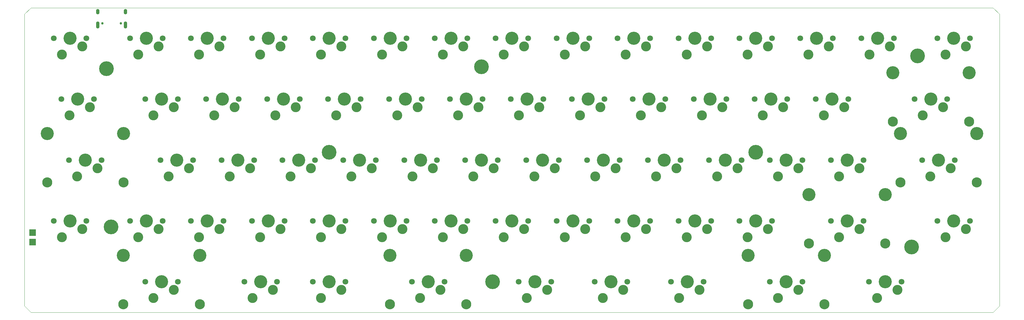
<source format=gbr>
%TF.GenerationSoftware,KiCad,Pcbnew,(5.1.4)-1*%
%TF.CreationDate,2020-07-12T16:14:56+02:00*%
%TF.ProjectId,zedekiel,7a656465-6b69-4656-9c2e-6b696361645f,rev?*%
%TF.SameCoordinates,Original*%
%TF.FileFunction,Soldermask,Top*%
%TF.FilePolarity,Negative*%
%FSLAX46Y46*%
G04 Gerber Fmt 4.6, Leading zero omitted, Abs format (unit mm)*
G04 Created by KiCad (PCBNEW (5.1.4)-1) date 2020-07-12 16:14:56*
%MOMM*%
%LPD*%
G04 APERTURE LIST*
%ADD10C,0.050000*%
%ADD11C,1.801800*%
%ADD12C,4.087800*%
%ADD13C,3.100000*%
%ADD14C,4.600000*%
%ADD15C,3.148000*%
%ADD16O,1.100000X1.700000*%
%ADD17O,1.100000X2.200000*%
%ADD18C,0.750000*%
%ADD19R,2.100000X2.100000*%
G04 APERTURE END LIST*
D10*
X20400000Y-113400000D02*
X20400000Y-22400000D01*
X22400000Y-115400000D02*
X20400000Y-113400000D01*
X322400000Y-115400000D02*
X22400000Y-115400000D01*
X324400000Y-113400000D02*
X322400000Y-115400000D01*
X324400000Y-22400000D02*
X324400000Y-113400000D01*
X322400000Y-20400000D02*
X324400000Y-22400000D01*
X22400000Y-20400000D02*
X322400000Y-20400000D01*
X20400000Y-22400000D02*
X22400000Y-20400000D01*
D11*
%TO.C,K66*%
X315230000Y-29900000D03*
X305070000Y-29900000D03*
D12*
X310150000Y-29900000D03*
D13*
X313960000Y-32440000D03*
X307610000Y-34980000D03*
%TD*%
D11*
%TO.C,K28*%
X308105000Y-48900000D03*
X297945000Y-48900000D03*
D12*
X303025000Y-48900000D03*
D13*
X306835000Y-51440000D03*
X300485000Y-53980000D03*
%TD*%
D11*
%TO.C,K42*%
X310480000Y-67900000D03*
X300320000Y-67900000D03*
D12*
X305400000Y-67900000D03*
D13*
X309210000Y-70440000D03*
X302860000Y-72980000D03*
%TD*%
D11*
%TO.C,K56*%
X315230000Y-86900000D03*
X305070000Y-86900000D03*
D12*
X310150000Y-86900000D03*
D13*
X313960000Y-89440000D03*
X307610000Y-91980000D03*
%TD*%
D11*
%TO.C,K55*%
X281980000Y-86900000D03*
X271820000Y-86900000D03*
D12*
X276900000Y-86900000D03*
D13*
X280710000Y-89440000D03*
X274360000Y-91980000D03*
%TD*%
%TO.C,K65*%
X286235000Y-110980000D03*
X292585000Y-108440000D03*
D12*
X288775000Y-105900000D03*
D11*
X283695000Y-105900000D03*
X293855000Y-105900000D03*
%TD*%
%TO.C,K64*%
X262980000Y-105900000D03*
X252820000Y-105900000D03*
D12*
X257900000Y-105900000D03*
D13*
X261710000Y-108440000D03*
X255360000Y-110980000D03*
%TD*%
%TO.C,K63*%
X224485000Y-110980000D03*
X230835000Y-108440000D03*
D12*
X227025000Y-105900000D03*
D11*
X221945000Y-105900000D03*
X232105000Y-105900000D03*
%TD*%
D13*
%TO.C,K62*%
X200735000Y-110980000D03*
X207085000Y-108440000D03*
D12*
X203275000Y-105900000D03*
D11*
X198195000Y-105900000D03*
X208355000Y-105900000D03*
%TD*%
D13*
%TO.C,K61*%
X176985000Y-110980000D03*
X183335000Y-108440000D03*
D12*
X179525000Y-105900000D03*
D11*
X174445000Y-105900000D03*
X184605000Y-105900000D03*
%TD*%
%TO.C,K60*%
X151355000Y-105900000D03*
X141195000Y-105900000D03*
D12*
X146275000Y-105900000D03*
D13*
X150085000Y-108440000D03*
X143735000Y-110980000D03*
%TD*%
%TO.C,K58*%
X91485000Y-110980000D03*
X97835000Y-108440000D03*
D12*
X94025000Y-105900000D03*
D11*
X88945000Y-105900000D03*
X99105000Y-105900000D03*
%TD*%
%TO.C,K57*%
X68230000Y-105900000D03*
X58070000Y-105900000D03*
D12*
X63150000Y-105900000D03*
D13*
X66960000Y-108440000D03*
X60610000Y-110980000D03*
%TD*%
D11*
%TO.C,K43*%
X39730000Y-86900000D03*
X29570000Y-86900000D03*
D12*
X34650000Y-86900000D03*
D13*
X38460000Y-89440000D03*
X32110000Y-91980000D03*
%TD*%
D11*
%TO.C,K29*%
X44480000Y-67900000D03*
X34320000Y-67900000D03*
D12*
X39400000Y-67900000D03*
D13*
X43210000Y-70440000D03*
X36860000Y-72980000D03*
%TD*%
D11*
%TO.C,K15*%
X42105000Y-48900000D03*
X31945000Y-48900000D03*
D12*
X37025000Y-48900000D03*
D13*
X40835000Y-51440000D03*
X34485000Y-53980000D03*
%TD*%
D11*
%TO.C,K1*%
X39730000Y-29900000D03*
X29570000Y-29900000D03*
D12*
X34650000Y-29900000D03*
D13*
X38460000Y-32440000D03*
X32110000Y-34980000D03*
%TD*%
%TO.C,K40*%
X255360000Y-72980000D03*
X261710000Y-70440000D03*
D12*
X257900000Y-67900000D03*
D11*
X252820000Y-67900000D03*
X262980000Y-67900000D03*
%TD*%
D13*
%TO.C,K47*%
X112860000Y-91980000D03*
X119210000Y-89440000D03*
D12*
X115400000Y-86900000D03*
D11*
X110320000Y-86900000D03*
X120480000Y-86900000D03*
%TD*%
D13*
%TO.C,K37*%
X198360000Y-72980000D03*
X204710000Y-70440000D03*
D12*
X200900000Y-67900000D03*
D11*
X195820000Y-67900000D03*
X205980000Y-67900000D03*
%TD*%
D13*
%TO.C,K34*%
X141360000Y-72980000D03*
X147710000Y-70440000D03*
D12*
X143900000Y-67900000D03*
D11*
X138820000Y-67900000D03*
X148980000Y-67900000D03*
%TD*%
D13*
%TO.C,K32*%
X103360000Y-72980000D03*
X109710000Y-70440000D03*
D12*
X105900000Y-67900000D03*
D11*
X100820000Y-67900000D03*
X110980000Y-67900000D03*
%TD*%
D13*
%TO.C,K31*%
X84360000Y-72980000D03*
X90710000Y-70440000D03*
D12*
X86900000Y-67900000D03*
D11*
X81820000Y-67900000D03*
X91980000Y-67900000D03*
%TD*%
D13*
%TO.C,K59*%
X112860000Y-110980000D03*
X119210000Y-108440000D03*
D12*
X115400000Y-105900000D03*
D11*
X110320000Y-105900000D03*
X120480000Y-105900000D03*
%TD*%
D13*
%TO.C,K54*%
X245860000Y-91980000D03*
X252210000Y-89440000D03*
D12*
X248400000Y-86900000D03*
D11*
X243320000Y-86900000D03*
X253480000Y-86900000D03*
%TD*%
D13*
%TO.C,K53*%
X226860000Y-91980000D03*
X233210000Y-89440000D03*
D12*
X229400000Y-86900000D03*
D11*
X224320000Y-86900000D03*
X234480000Y-86900000D03*
%TD*%
D13*
%TO.C,K52*%
X207860000Y-91980000D03*
X214210000Y-89440000D03*
D12*
X210400000Y-86900000D03*
D11*
X205320000Y-86900000D03*
X215480000Y-86900000D03*
%TD*%
D13*
%TO.C,K51*%
X188860000Y-91980000D03*
X195210000Y-89440000D03*
D12*
X191400000Y-86900000D03*
D11*
X186320000Y-86900000D03*
X196480000Y-86900000D03*
%TD*%
D13*
%TO.C,K50*%
X169860000Y-91980000D03*
X176210000Y-89440000D03*
D12*
X172400000Y-86900000D03*
D11*
X167320000Y-86900000D03*
X177480000Y-86900000D03*
%TD*%
D13*
%TO.C,K49*%
X150860000Y-91980000D03*
X157210000Y-89440000D03*
D12*
X153400000Y-86900000D03*
D11*
X148320000Y-86900000D03*
X158480000Y-86900000D03*
%TD*%
D13*
%TO.C,K48*%
X131860000Y-91980000D03*
X138210000Y-89440000D03*
D12*
X134400000Y-86900000D03*
D11*
X129320000Y-86900000D03*
X139480000Y-86900000D03*
%TD*%
D13*
%TO.C,K46*%
X93860000Y-91980000D03*
X100210000Y-89440000D03*
D12*
X96400000Y-86900000D03*
D11*
X91320000Y-86900000D03*
X101480000Y-86900000D03*
%TD*%
D13*
%TO.C,K45*%
X74860000Y-91980000D03*
X81210000Y-89440000D03*
D12*
X77400000Y-86900000D03*
D11*
X72320000Y-86900000D03*
X82480000Y-86900000D03*
%TD*%
D13*
%TO.C,K44*%
X55860000Y-91980000D03*
X62210000Y-89440000D03*
D12*
X58400000Y-86900000D03*
D11*
X53320000Y-86900000D03*
X63480000Y-86900000D03*
%TD*%
D13*
%TO.C,K41*%
X274360000Y-72980000D03*
X280710000Y-70440000D03*
D12*
X276900000Y-67900000D03*
D11*
X271820000Y-67900000D03*
X281980000Y-67900000D03*
%TD*%
D13*
%TO.C,K39*%
X236360000Y-72980000D03*
X242710000Y-70440000D03*
D12*
X238900000Y-67900000D03*
D11*
X233820000Y-67900000D03*
X243980000Y-67900000D03*
%TD*%
D13*
%TO.C,K38*%
X217360000Y-72980000D03*
X223710000Y-70440000D03*
D12*
X219900000Y-67900000D03*
D11*
X214820000Y-67900000D03*
X224980000Y-67900000D03*
%TD*%
D13*
%TO.C,K36*%
X179360000Y-72980000D03*
X185710000Y-70440000D03*
D12*
X181900000Y-67900000D03*
D11*
X176820000Y-67900000D03*
X186980000Y-67900000D03*
%TD*%
D13*
%TO.C,K35*%
X160360000Y-72980000D03*
X166710000Y-70440000D03*
D12*
X162900000Y-67900000D03*
D11*
X157820000Y-67900000D03*
X167980000Y-67900000D03*
%TD*%
D13*
%TO.C,K33*%
X122360000Y-72980000D03*
X128710000Y-70440000D03*
D12*
X124900000Y-67900000D03*
D11*
X119820000Y-67900000D03*
X129980000Y-67900000D03*
%TD*%
D13*
%TO.C,K30*%
X65360000Y-72980000D03*
X71710000Y-70440000D03*
D12*
X67900000Y-67900000D03*
D11*
X62820000Y-67900000D03*
X72980000Y-67900000D03*
%TD*%
D13*
%TO.C,K27*%
X269610000Y-53980000D03*
X275960000Y-51440000D03*
D12*
X272150000Y-48900000D03*
D11*
X267070000Y-48900000D03*
X277230000Y-48900000D03*
%TD*%
D13*
%TO.C,K26*%
X250610000Y-53980000D03*
X256960000Y-51440000D03*
D12*
X253150000Y-48900000D03*
D11*
X248070000Y-48900000D03*
X258230000Y-48900000D03*
%TD*%
D13*
%TO.C,K25*%
X231610000Y-53980000D03*
X237960000Y-51440000D03*
D12*
X234150000Y-48900000D03*
D11*
X229070000Y-48900000D03*
X239230000Y-48900000D03*
%TD*%
D13*
%TO.C,K24*%
X212610000Y-53980000D03*
X218960000Y-51440000D03*
D12*
X215150000Y-48900000D03*
D11*
X210070000Y-48900000D03*
X220230000Y-48900000D03*
%TD*%
D13*
%TO.C,K23*%
X193610000Y-53980000D03*
X199960000Y-51440000D03*
D12*
X196150000Y-48900000D03*
D11*
X191070000Y-48900000D03*
X201230000Y-48900000D03*
%TD*%
D13*
%TO.C,K22*%
X174610000Y-53980000D03*
X180960000Y-51440000D03*
D12*
X177150000Y-48900000D03*
D11*
X172070000Y-48900000D03*
X182230000Y-48900000D03*
%TD*%
D13*
%TO.C,K21*%
X155610000Y-53980000D03*
X161960000Y-51440000D03*
D12*
X158150000Y-48900000D03*
D11*
X153070000Y-48900000D03*
X163230000Y-48900000D03*
%TD*%
D13*
%TO.C,K20*%
X136610000Y-53980000D03*
X142960000Y-51440000D03*
D12*
X139150000Y-48900000D03*
D11*
X134070000Y-48900000D03*
X144230000Y-48900000D03*
%TD*%
D13*
%TO.C,K19*%
X117610000Y-53980000D03*
X123960000Y-51440000D03*
D12*
X120150000Y-48900000D03*
D11*
X115070000Y-48900000D03*
X125230000Y-48900000D03*
%TD*%
D13*
%TO.C,K18*%
X98610000Y-53980000D03*
X104960000Y-51440000D03*
D12*
X101150000Y-48900000D03*
D11*
X96070000Y-48900000D03*
X106230000Y-48900000D03*
%TD*%
D13*
%TO.C,K17*%
X79610000Y-53980000D03*
X85960000Y-51440000D03*
D12*
X82150000Y-48900000D03*
D11*
X77070000Y-48900000D03*
X87230000Y-48900000D03*
%TD*%
D13*
%TO.C,K16*%
X60610000Y-53980000D03*
X66960000Y-51440000D03*
D12*
X63150000Y-48900000D03*
D11*
X58070000Y-48900000D03*
X68230000Y-48900000D03*
%TD*%
D13*
%TO.C,K14*%
X283860000Y-34980000D03*
X290210000Y-32440000D03*
D12*
X286400000Y-29900000D03*
D11*
X281320000Y-29900000D03*
X291480000Y-29900000D03*
%TD*%
D13*
%TO.C,K13*%
X264860000Y-34980000D03*
X271210000Y-32440000D03*
D12*
X267400000Y-29900000D03*
D11*
X262320000Y-29900000D03*
X272480000Y-29900000D03*
%TD*%
D13*
%TO.C,K12*%
X245860000Y-34980000D03*
X252210000Y-32440000D03*
D12*
X248400000Y-29900000D03*
D11*
X243320000Y-29900000D03*
X253480000Y-29900000D03*
%TD*%
D13*
%TO.C,K11*%
X226860000Y-34980000D03*
X233210000Y-32440000D03*
D12*
X229400000Y-29900000D03*
D11*
X224320000Y-29900000D03*
X234480000Y-29900000D03*
%TD*%
D13*
%TO.C,K10*%
X207860000Y-34980000D03*
X214210000Y-32440000D03*
D12*
X210400000Y-29900000D03*
D11*
X205320000Y-29900000D03*
X215480000Y-29900000D03*
%TD*%
D13*
%TO.C,K9*%
X188860000Y-34980000D03*
X195210000Y-32440000D03*
D12*
X191400000Y-29900000D03*
D11*
X186320000Y-29900000D03*
X196480000Y-29900000D03*
%TD*%
D13*
%TO.C,K8*%
X169860000Y-34980000D03*
X176210000Y-32440000D03*
D12*
X172400000Y-29900000D03*
D11*
X167320000Y-29900000D03*
X177480000Y-29900000D03*
%TD*%
D13*
%TO.C,K7*%
X150860000Y-34980000D03*
X157210000Y-32440000D03*
D12*
X153400000Y-29900000D03*
D11*
X148320000Y-29900000D03*
X158480000Y-29900000D03*
%TD*%
D13*
%TO.C,K6*%
X131860000Y-34980000D03*
X138210000Y-32440000D03*
D12*
X134400000Y-29900000D03*
D11*
X129320000Y-29900000D03*
X139480000Y-29900000D03*
%TD*%
D13*
%TO.C,K5*%
X112860000Y-34980000D03*
X119210000Y-32440000D03*
D12*
X115400000Y-29900000D03*
D11*
X110320000Y-29900000D03*
X120480000Y-29900000D03*
%TD*%
D13*
%TO.C,K4*%
X93860000Y-34980000D03*
X100210000Y-32440000D03*
D12*
X96400000Y-29900000D03*
D11*
X91320000Y-29900000D03*
X101480000Y-29900000D03*
%TD*%
D13*
%TO.C,K3*%
X74860000Y-34980000D03*
X81210000Y-32440000D03*
D12*
X77400000Y-29900000D03*
D11*
X72320000Y-29900000D03*
X82480000Y-29900000D03*
%TD*%
D13*
%TO.C,K2*%
X55860000Y-34980000D03*
X62210000Y-32440000D03*
D12*
X58400000Y-29900000D03*
D11*
X53320000Y-29900000D03*
X63480000Y-29900000D03*
%TD*%
D14*
%TO.C,REF\002A\002A*%
X297000000Y-95000000D03*
%TD*%
%TO.C,REF\002A\002A*%
X166400000Y-105900000D03*
%TD*%
%TO.C,REF\002A\002A*%
X248400000Y-65500000D03*
%TD*%
%TO.C,REF\002A\002A*%
X115400000Y-65500000D03*
%TD*%
%TO.C,REF\002A\002A*%
X47400000Y-88800000D03*
%TD*%
%TO.C,REF\002A\002A*%
X298900000Y-35400000D03*
%TD*%
%TO.C,REF\002A\002A*%
X162900000Y-38800000D03*
%TD*%
%TO.C,REF\002A\002A*%
X46000000Y-39400000D03*
%TD*%
D15*
%TO.C,REF\002A\002A*%
X51300000Y-74885000D03*
X27500000Y-74885000D03*
D12*
X51300000Y-59645000D03*
X27500000Y-59645000D03*
%TD*%
D15*
%TO.C,REF\002A\002A*%
X314925000Y-55885000D03*
X291125000Y-55885000D03*
D12*
X314925000Y-40645000D03*
X291125000Y-40645000D03*
%TD*%
D15*
%TO.C,REF\002A\002A*%
X317300000Y-74885000D03*
X293500000Y-74885000D03*
D12*
X317300000Y-59645000D03*
X293500000Y-59645000D03*
%TD*%
D15*
%TO.C,REF\002A\002A*%
X288800000Y-93885000D03*
X265000000Y-93885000D03*
D12*
X288800000Y-78645000D03*
X265000000Y-78645000D03*
%TD*%
D15*
%TO.C,REF\002A\002A*%
X269800000Y-112885000D03*
X246000000Y-112885000D03*
D12*
X269800000Y-97645000D03*
X246000000Y-97645000D03*
%TD*%
D15*
%TO.C,REF\002A\002A*%
X158175000Y-112885000D03*
X134375000Y-112885000D03*
D12*
X158175000Y-97645000D03*
X134375000Y-97645000D03*
%TD*%
D15*
%TO.C,REF\002A\002A*%
X75050000Y-112885000D03*
X51250000Y-112885000D03*
D12*
X75050000Y-97645000D03*
X51250000Y-97645000D03*
%TD*%
D16*
%TO.C,USB1*%
X51920000Y-21600000D03*
X43280000Y-21600000D03*
D17*
X51920000Y-25780000D03*
X43280000Y-25780000D03*
D18*
X44710000Y-25250000D03*
X50490000Y-25250000D03*
%TD*%
D19*
%TO.C,SW1*%
X22900000Y-90500000D03*
X22900000Y-93500000D03*
%TD*%
M02*

</source>
